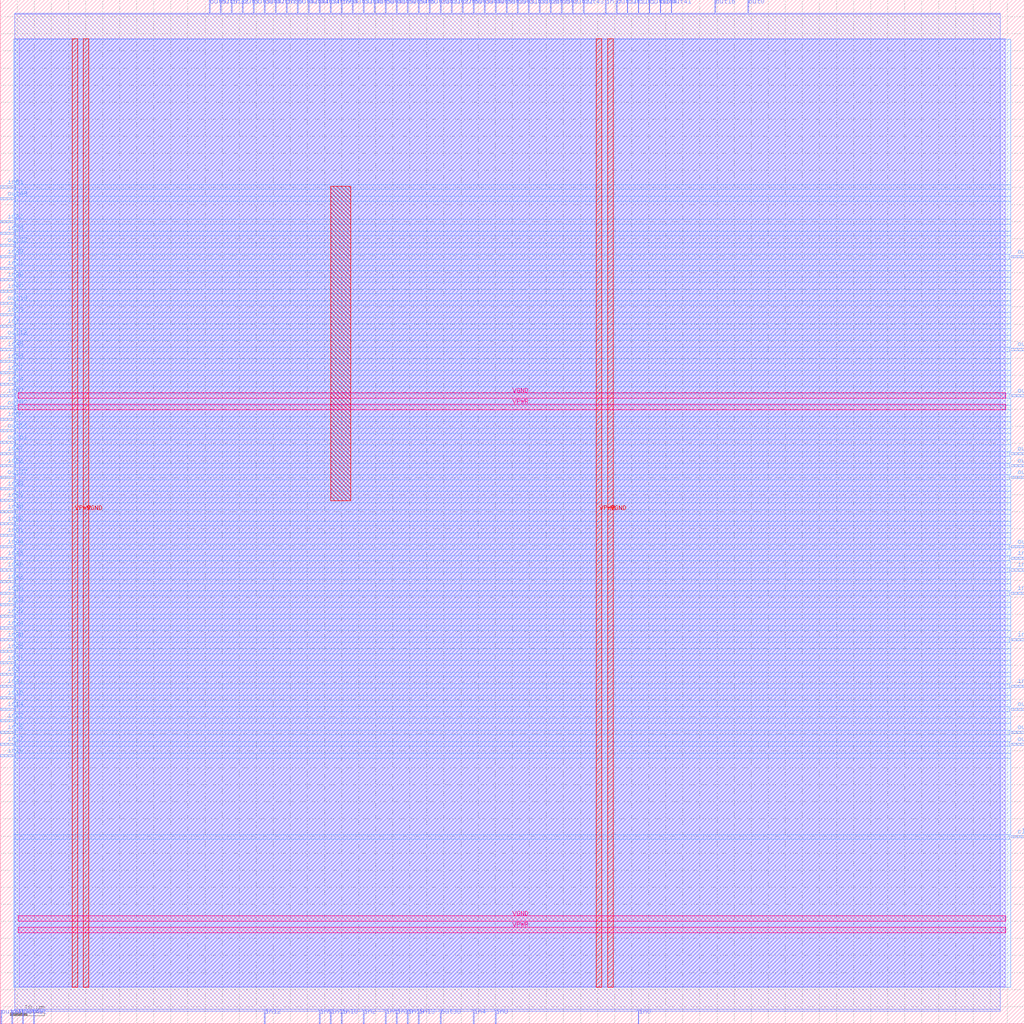
<source format=lef>
VERSION 5.7 ;
  NOWIREEXTENSIONATPIN ON ;
  DIVIDERCHAR "/" ;
  BUSBITCHARS "[]" ;
MACRO netlist_1
  CLASS BLOCK ;
  FOREIGN netlist_1 ;
  ORIGIN 0.000 0.000 ;
  SIZE 300.000 BY 300.000 ;
  PIN VGND
    DIRECTION INOUT ;
    USE GROUND ;
    PORT
      LAYER met4 ;
        RECT 24.340 10.640 25.940 288.560 ;
    END
    PORT
      LAYER met4 ;
        RECT 177.940 10.640 179.540 288.560 ;
    END
    PORT
      LAYER met5 ;
        RECT 5.280 30.030 294.640 31.630 ;
    END
    PORT
      LAYER met5 ;
        RECT 5.280 183.210 294.640 184.810 ;
    END
  END VGND
  PIN VPWR
    DIRECTION INOUT ;
    USE POWER ;
    PORT
      LAYER met4 ;
        RECT 21.040 10.640 22.640 288.560 ;
    END
    PORT
      LAYER met4 ;
        RECT 174.640 10.640 176.240 288.560 ;
    END
    PORT
      LAYER met5 ;
        RECT 5.280 26.730 294.640 28.330 ;
    END
    PORT
      LAYER met5 ;
        RECT 5.280 179.910 294.640 181.510 ;
    END
  END VPWR
  PIN clk
    DIRECTION INPUT ;
    USE SIGNAL ;
    ANTENNAGATEAREA 0.852000 ;
    ANTENNADIFFAREA 0.434700 ;
    PORT
      LAYER met3 ;
        RECT 296.000 54.440 300.000 55.040 ;
    END
  END clk
  PIN in0
    DIRECTION INPUT ;
    USE SIGNAL ;
    ANTENNAGATEAREA 0.196500 ;
    ANTENNADIFFAREA 0.434700 ;
    PORT
      LAYER met2 ;
        RECT 186.850 0.000 187.130 4.000 ;
    END
  END in0
  PIN in1
    DIRECTION INPUT ;
    USE SIGNAL ;
    ANTENNAGATEAREA 0.159000 ;
    ANTENNADIFFAREA 0.434700 ;
    PORT
      LAYER met3 ;
        RECT 296.000 136.040 300.000 136.640 ;
    END
  END in1
  PIN in10
    DIRECTION INPUT ;
    USE SIGNAL ;
    ANTENNAGATEAREA 0.495000 ;
    ANTENNADIFFAREA 0.434700 ;
    PORT
      LAYER met3 ;
        RECT 0.000 78.240 4.000 78.840 ;
    END
  END in10
  PIN in11
    DIRECTION INPUT ;
    USE SIGNAL ;
    ANTENNAGATEAREA 0.213000 ;
    ANTENNADIFFAREA 0.434700 ;
    PORT
      LAYER met3 ;
        RECT 296.000 125.840 300.000 126.440 ;
    END
  END in11
  PIN in12
    DIRECTION INPUT ;
    USE SIGNAL ;
    ANTENNAGATEAREA 0.159000 ;
    ANTENNADIFFAREA 0.434700 ;
    PORT
      LAYER met2 ;
        RECT 77.370 0.000 77.650 4.000 ;
    END
  END in12
  PIN in13
    DIRECTION INPUT ;
    USE SIGNAL ;
    ANTENNAGATEAREA 0.196500 ;
    ANTENNADIFFAREA 0.434700 ;
    PORT
      LAYER met2 ;
        RECT 122.450 0.000 122.730 4.000 ;
    END
  END in13
  PIN in14
    DIRECTION INPUT ;
    USE SIGNAL ;
    ANTENNAGATEAREA 0.159000 ;
    ANTENNADIFFAREA 0.434700 ;
    PORT
      LAYER met3 ;
        RECT 0.000 91.840 4.000 92.440 ;
    END
  END in14
  PIN in15
    DIRECTION INPUT ;
    USE SIGNAL ;
    ANTENNAGATEAREA 0.126000 ;
    ANTENNADIFFAREA 0.434700 ;
    PORT
      LAYER met2 ;
        RECT 96.690 0.000 96.970 4.000 ;
    END
  END in15
  PIN in16
    DIRECTION INPUT ;
    USE SIGNAL ;
    ANTENNAGATEAREA 0.196500 ;
    ANTENNADIFFAREA 0.434700 ;
    PORT
      LAYER met3 ;
        RECT 0.000 95.240 4.000 95.840 ;
    END
  END in16
  PIN in17
    DIRECTION INPUT ;
    USE SIGNAL ;
    ANTENNAGATEAREA 0.159000 ;
    ANTENNADIFFAREA 0.434700 ;
    PORT
      LAYER met2 ;
        RECT 177.190 296.000 177.470 300.000 ;
    END
  END in17
  PIN in18
    DIRECTION INPUT ;
    USE SIGNAL ;
    ANTENNAGATEAREA 0.213000 ;
    ANTENNADIFFAREA 0.434700 ;
    PORT
      LAYER met2 ;
        RECT 99.910 0.000 100.190 4.000 ;
    END
  END in18
  PIN in19
    DIRECTION INPUT ;
    USE SIGNAL ;
    ANTENNAGATEAREA 0.126000 ;
    ANTENNADIFFAREA 0.434700 ;
    PORT
      LAYER met2 ;
        RECT 119.230 0.000 119.510 4.000 ;
    END
  END in19
  PIN in2
    DIRECTION INPUT ;
    USE SIGNAL ;
    ANTENNAGATEAREA 0.196500 ;
    ANTENNADIFFAREA 0.434700 ;
    PORT
      LAYER met2 ;
        RECT 106.350 0.000 106.630 4.000 ;
    END
  END in2
  PIN in20
    DIRECTION INPUT ;
    USE SIGNAL ;
    ANTENNAGATEAREA 0.196500 ;
    ANTENNADIFFAREA 0.434700 ;
    PORT
      LAYER met2 ;
        RECT 116.010 0.000 116.290 4.000 ;
    END
  END in20
  PIN in21
    DIRECTION INPUT ;
    USE SIGNAL ;
    ANTENNAGATEAREA 0.247500 ;
    ANTENNADIFFAREA 0.434700 ;
    PORT
      LAYER met3 ;
        RECT 296.000 98.640 300.000 99.240 ;
    END
  END in21
  PIN in22
    DIRECTION INPUT ;
    USE SIGNAL ;
    ANTENNAGATEAREA 0.196500 ;
    ANTENNADIFFAREA 0.434700 ;
    PORT
      LAYER met3 ;
        RECT 0.000 88.440 4.000 89.040 ;
    END
  END in22
  PIN in23
    DIRECTION INPUT ;
    USE SIGNAL ;
    ANTENNAGATEAREA 0.196500 ;
    ANTENNADIFFAREA 0.434700 ;
    PORT
      LAYER met3 ;
        RECT 0.000 234.640 4.000 235.240 ;
    END
  END in23
  PIN in24
    DIRECTION INPUT ;
    USE SIGNAL ;
    ANTENNAGATEAREA 0.159000 ;
    ANTENNADIFFAREA 0.434700 ;
    PORT
      LAYER met3 ;
        RECT 0.000 115.640 4.000 116.240 ;
    END
  END in24
  PIN in25
    DIRECTION INPUT ;
    USE SIGNAL ;
    ANTENNAGATEAREA 0.159000 ;
    ANTENNADIFFAREA 0.434700 ;
    PORT
      LAYER met3 ;
        RECT 0.000 108.840 4.000 109.440 ;
    END
  END in25
  PIN in26
    DIRECTION INPUT ;
    USE SIGNAL ;
    ANTENNAGATEAREA 0.213000 ;
    ANTENNADIFFAREA 0.434700 ;
    PORT
      LAYER met3 ;
        RECT 0.000 231.240 4.000 231.840 ;
    END
  END in26
  PIN in27
    DIRECTION INPUT ;
    USE SIGNAL ;
    ANTENNAGATEAREA 0.159000 ;
    ANTENNADIFFAREA 0.434700 ;
    PORT
      LAYER met3 ;
        RECT 0.000 190.440 4.000 191.040 ;
    END
  END in27
  PIN in28
    DIRECTION INPUT ;
    USE SIGNAL ;
    ANTENNAGATEAREA 0.213000 ;
    ANTENNADIFFAREA 0.434700 ;
    PORT
      LAYER met3 ;
        RECT 0.000 122.440 4.000 123.040 ;
    END
  END in28
  PIN in29
    DIRECTION INPUT ;
    USE SIGNAL ;
    ANTENNAGATEAREA 0.196500 ;
    ANTENNADIFFAREA 0.434700 ;
    PORT
      LAYER met3 ;
        RECT 0.000 119.040 4.000 119.640 ;
    END
  END in29
  PIN in3
    DIRECTION INPUT ;
    USE SIGNAL ;
    ANTENNAGATEAREA 0.213000 ;
    ANTENNADIFFAREA 0.434700 ;
    PORT
      LAYER met3 ;
        RECT 0.000 102.040 4.000 102.640 ;
    END
  END in3
  PIN in30
    DIRECTION INPUT ;
    USE SIGNAL ;
    ANTENNAGATEAREA 0.196500 ;
    ANTENNADIFFAREA 0.434700 ;
    PORT
      LAYER met3 ;
        RECT 0.000 125.840 4.000 126.440 ;
    END
  END in30
  PIN in31
    DIRECTION INPUT ;
    USE SIGNAL ;
    ANTENNAGATEAREA 0.196500 ;
    ANTENNADIFFAREA 0.434700 ;
    PORT
      LAYER met3 ;
        RECT 0.000 105.440 4.000 106.040 ;
    END
  END in31
  PIN in32
    DIRECTION INPUT ;
    USE SIGNAL ;
    ANTENNAGATEAREA 0.196500 ;
    ANTENNADIFFAREA 0.434700 ;
    PORT
      LAYER met2 ;
        RECT 67.710 296.000 67.990 300.000 ;
    END
  END in32
  PIN in33
    DIRECTION INPUT ;
    USE SIGNAL ;
    ANTENNAGATEAREA 0.196500 ;
    ANTENNADIFFAREA 0.434700 ;
    PORT
      LAYER met3 ;
        RECT 0.000 221.040 4.000 221.640 ;
    END
  END in33
  PIN in34
    DIRECTION INPUT ;
    USE SIGNAL ;
    ANTENNAGATEAREA 0.196500 ;
    ANTENNADIFFAREA 0.434700 ;
    PORT
      LAYER met3 ;
        RECT 0.000 187.040 4.000 187.640 ;
    END
  END in34
  PIN in35
    DIRECTION INPUT ;
    USE SIGNAL ;
    ANTENNAGATEAREA 0.196500 ;
    ANTENNADIFFAREA 0.434700 ;
    PORT
      LAYER met3 ;
        RECT 0.000 85.040 4.000 85.640 ;
    END
  END in35
  PIN in36
    DIRECTION INPUT ;
    USE SIGNAL ;
    ANTENNAGATEAREA 0.196500 ;
    ANTENNADIFFAREA 0.434700 ;
    PORT
      LAYER met3 ;
        RECT 0.000 112.240 4.000 112.840 ;
    END
  END in36
  PIN in37
    DIRECTION INPUT ;
    USE SIGNAL ;
    ANTENNAGATEAREA 0.196500 ;
    ANTENNADIFFAREA 0.434700 ;
    PORT
      LAYER met3 ;
        RECT 0.000 81.640 4.000 82.240 ;
    END
  END in37
  PIN in38
    DIRECTION INPUT ;
    USE SIGNAL ;
    ANTENNAGATEAREA 0.196500 ;
    ANTENNADIFFAREA 0.434700 ;
    PORT
      LAYER met3 ;
        RECT 0.000 156.440 4.000 157.040 ;
    END
  END in38
  PIN in39
    DIRECTION INPUT ;
    USE SIGNAL ;
    ANTENNAGATEAREA 0.159000 ;
    ANTENNADIFFAREA 0.434700 ;
    PORT
      LAYER met3 ;
        RECT 0.000 217.640 4.000 218.240 ;
    END
  END in39
  PIN in4
    DIRECTION INPUT ;
    USE SIGNAL ;
    ANTENNAGATEAREA 0.213000 ;
    ANTENNADIFFAREA 0.434700 ;
    PORT
      LAYER met2 ;
        RECT 138.550 0.000 138.830 4.000 ;
    END
  END in4
  PIN in40
    DIRECTION INPUT ;
    USE SIGNAL ;
    ANTENNAGATEAREA 0.196500 ;
    ANTENNADIFFAREA 0.434700 ;
    PORT
      LAYER met3 ;
        RECT 0.000 214.240 4.000 214.840 ;
    END
  END in40
  PIN in41
    DIRECTION INPUT ;
    USE SIGNAL ;
    ANTENNAGATEAREA 0.196500 ;
    ANTENNADIFFAREA 0.434700 ;
    PORT
      LAYER met3 ;
        RECT 0.000 98.640 4.000 99.240 ;
    END
  END in41
  PIN in42
    DIRECTION INPUT ;
    USE SIGNAL ;
    ANTENNAGATEAREA 0.196500 ;
    ANTENNADIFFAREA 0.434700 ;
    PORT
      LAYER met3 ;
        RECT 0.000 129.240 4.000 129.840 ;
    END
  END in42
  PIN in43
    DIRECTION INPUT ;
    USE SIGNAL ;
    ANTENNAGATEAREA 0.196500 ;
    ANTENNADIFFAREA 0.434700 ;
    PORT
      LAYER met3 ;
        RECT 0.000 136.040 4.000 136.640 ;
    END
  END in43
  PIN in44
    DIRECTION INPUT ;
    USE SIGNAL ;
    ANTENNAGATEAREA 0.196500 ;
    ANTENNADIFFAREA 0.434700 ;
    PORT
      LAYER met3 ;
        RECT 0.000 139.440 4.000 140.040 ;
    END
  END in44
  PIN in45
    DIRECTION INPUT ;
    USE SIGNAL ;
    ANTENNAGATEAREA 0.213000 ;
    ANTENNADIFFAREA 0.434700 ;
    PORT
      LAYER met3 ;
        RECT 0.000 197.240 4.000 197.840 ;
    END
  END in45
  PIN in46
    DIRECTION INPUT ;
    USE SIGNAL ;
    ANTENNAGATEAREA 0.196500 ;
    ANTENNADIFFAREA 0.434700 ;
    PORT
      LAYER met3 ;
        RECT 0.000 149.640 4.000 150.240 ;
    END
  END in46
  PIN in47
    DIRECTION INPUT ;
    USE SIGNAL ;
    ANTENNAGATEAREA 0.196500 ;
    ANTENNADIFFAREA 0.434700 ;
    PORT
      LAYER met3 ;
        RECT 0.000 166.640 4.000 167.240 ;
    END
  END in47
  PIN in48
    DIRECTION INPUT ;
    USE SIGNAL ;
    ANTENNAGATEAREA 0.213000 ;
    ANTENNADIFFAREA 0.434700 ;
    PORT
      LAYER met3 ;
        RECT 0.000 132.640 4.000 133.240 ;
    END
  END in48
  PIN in49
    DIRECTION INPUT ;
    USE SIGNAL ;
    ANTENNAGATEAREA 0.196500 ;
    ANTENNADIFFAREA 0.434700 ;
    PORT
      LAYER met3 ;
        RECT 0.000 224.440 4.000 225.040 ;
    END
  END in49
  PIN in5
    DIRECTION INPUT ;
    USE SIGNAL ;
    ANTENNAGATEAREA 0.126000 ;
    ANTENNADIFFAREA 0.434700 ;
    PORT
      LAYER met2 ;
        RECT 112.790 0.000 113.070 4.000 ;
    END
  END in5
  PIN in50
    DIRECTION INPUT ;
    USE SIGNAL ;
    ANTENNAGATEAREA 0.196500 ;
    ANTENNADIFFAREA 0.434700 ;
    PORT
      LAYER met2 ;
        RECT 83.810 296.000 84.090 300.000 ;
    END
  END in50
  PIN in51
    DIRECTION INPUT ;
    USE SIGNAL ;
    ANTENNAGATEAREA 0.196500 ;
    ANTENNADIFFAREA 0.434700 ;
    PORT
      LAYER met3 ;
        RECT 0.000 142.840 4.000 143.440 ;
    END
  END in51
  PIN in52
    DIRECTION INPUT ;
    USE SIGNAL ;
    ANTENNAGATEAREA 0.196500 ;
    ANTENNADIFFAREA 0.434700 ;
    PORT
      LAYER met3 ;
        RECT 0.000 163.240 4.000 163.840 ;
    END
  END in52
  PIN in53
    DIRECTION INPUT ;
    USE SIGNAL ;
    ANTENNAGATEAREA 0.196500 ;
    ANTENNADIFFAREA 0.434700 ;
    PORT
      LAYER met3 ;
        RECT 0.000 207.440 4.000 208.040 ;
    END
  END in53
  PIN in54
    DIRECTION INPUT ;
    USE SIGNAL ;
    ANTENNAGATEAREA 0.196500 ;
    ANTENNADIFFAREA 0.434700 ;
    PORT
      LAYER met2 ;
        RECT 99.910 296.000 100.190 300.000 ;
    END
  END in54
  PIN in55
    DIRECTION INPUT ;
    USE SIGNAL ;
    ANTENNAGATEAREA 0.247500 ;
    ANTENNADIFFAREA 0.434700 ;
    PORT
      LAYER met3 ;
        RECT 296.000 132.640 300.000 133.240 ;
    END
  END in55
  PIN in56
    DIRECTION INPUT ;
    USE SIGNAL ;
    ANTENNAGATEAREA 0.196500 ;
    ANTENNADIFFAREA 0.434700 ;
    PORT
      LAYER met3 ;
        RECT 0.000 193.840 4.000 194.440 ;
    END
  END in56
  PIN in57
    DIRECTION INPUT ;
    USE SIGNAL ;
    ANTENNAGATEAREA 0.159000 ;
    ANTENNADIFFAREA 0.434700 ;
    PORT
      LAYER met3 ;
        RECT 0.000 183.640 4.000 184.240 ;
    END
  END in57
  PIN in58
    DIRECTION INPUT ;
    USE SIGNAL ;
    ANTENNAGATEAREA 0.196500 ;
    ANTENNADIFFAREA 0.434700 ;
    PORT
      LAYER met3 ;
        RECT 0.000 146.240 4.000 146.840 ;
    END
  END in58
  PIN in59
    DIRECTION INPUT ;
    USE SIGNAL ;
    ANTENNAGATEAREA 0.213000 ;
    ANTENNADIFFAREA 0.434700 ;
    PORT
      LAYER met3 ;
        RECT 0.000 153.040 4.000 153.640 ;
    END
  END in59
  PIN in6
    DIRECTION INPUT ;
    USE SIGNAL ;
    ANTENNAGATEAREA 0.213000 ;
    ANTENNADIFFAREA 0.434700 ;
    PORT
      LAYER met3 ;
        RECT 296.000 112.240 300.000 112.840 ;
    END
  END in6
  PIN in60
    DIRECTION INPUT ;
    USE SIGNAL ;
    ANTENNAGATEAREA 0.196500 ;
    ANTENNADIFFAREA 0.434700 ;
    PORT
      LAYER met3 ;
        RECT 0.000 176.840 4.000 177.440 ;
    END
  END in60
  PIN in61
    DIRECTION INPUT ;
    USE SIGNAL ;
    ANTENNAGATEAREA 0.159000 ;
    ANTENNADIFFAREA 0.434700 ;
    PORT
      LAYER met3 ;
        RECT 0.000 244.840 4.000 245.440 ;
    END
  END in61
  PIN in7
    DIRECTION INPUT ;
    USE SIGNAL ;
    ANTENNAGATEAREA 0.159000 ;
    ANTENNADIFFAREA 0.434700 ;
    PORT
      LAYER met3 ;
        RECT 0.000 204.040 4.000 204.640 ;
    END
  END in7
  PIN in8
    DIRECTION INPUT ;
    USE SIGNAL ;
    ANTENNAGATEAREA 0.196500 ;
    ANTENNADIFFAREA 0.434700 ;
    PORT
      LAYER met2 ;
        RECT 144.990 0.000 145.270 4.000 ;
    END
  END in8
  PIN in9
    DIRECTION INPUT ;
    USE SIGNAL ;
    ANTENNAGATEAREA 0.495000 ;
    ANTENNADIFFAREA 0.434700 ;
    PORT
      LAYER met2 ;
        RECT 93.470 0.000 93.750 4.000 ;
    END
  END in9
  PIN out0
    DIRECTION OUTPUT ;
    USE SIGNAL ;
    ANTENNADIFFAREA 0.795200 ;
    PORT
      LAYER met2 ;
        RECT 219.050 296.000 219.330 300.000 ;
    END
  END out0
  PIN out1
    DIRECTION OUTPUT ;
    USE SIGNAL ;
    ANTENNADIFFAREA 0.795200 ;
    PORT
      LAYER met2 ;
        RECT 186.850 296.000 187.130 300.000 ;
    END
  END out1
  PIN out10
    DIRECTION OUTPUT ;
    USE SIGNAL ;
    ANTENNADIFFAREA 0.445500 ;
    PORT
      LAYER met3 ;
        RECT 296.000 197.240 300.000 197.840 ;
    END
  END out10
  PIN out11
    DIRECTION OUTPUT ;
    USE SIGNAL ;
    ANTENNADIFFAREA 0.795200 ;
    PORT
      LAYER met2 ;
        RECT 183.630 296.000 183.910 300.000 ;
    END
  END out11
  PIN out12
    DIRECTION OUTPUT ;
    USE SIGNAL ;
    ANTENNADIFFAREA 0.445500 ;
    PORT
      LAYER met3 ;
        RECT 0.000 200.640 4.000 201.240 ;
    END
  END out12
  PIN out13
    DIRECTION OUTPUT ;
    USE SIGNAL ;
    ANTENNADIFFAREA 0.795200 ;
    PORT
      LAYER met2 ;
        RECT 180.410 296.000 180.690 300.000 ;
    END
  END out13
  PIN out14
    DIRECTION OUTPUT ;
    USE SIGNAL ;
    ANTENNADIFFAREA 0.445500 ;
    PORT
      LAYER met3 ;
        RECT 296.000 224.440 300.000 225.040 ;
    END
  END out14
  PIN out15
    DIRECTION OUTPUT ;
    USE SIGNAL ;
    ANTENNADIFFAREA 0.795200 ;
    PORT
      LAYER met2 ;
        RECT 190.070 296.000 190.350 300.000 ;
    END
  END out15
  PIN out16
    DIRECTION OUTPUT ;
    USE SIGNAL ;
    ANTENNADIFFAREA 0.795200 ;
    PORT
      LAYER met2 ;
        RECT 209.390 296.000 209.670 300.000 ;
    END
  END out16
  PIN out17
    DIRECTION OUTPUT ;
    USE SIGNAL ;
    ANTENNADIFFAREA 0.445500 ;
    PORT
      LAYER met3 ;
        RECT 296.000 139.440 300.000 140.040 ;
    END
  END out17
  PIN out18
    DIRECTION OUTPUT ;
    USE SIGNAL ;
    ANTENNADIFFAREA 0.445500 ;
    PORT
      LAYER met3 ;
        RECT 0.000 210.840 4.000 211.440 ;
    END
  END out18
  PIN out19
    DIRECTION OUTPUT ;
    USE SIGNAL ;
    ANTENNADIFFAREA 0.445500 ;
    PORT
      LAYER met3 ;
        RECT 296.000 81.640 300.000 82.240 ;
    END
  END out19
  PIN out2
    DIRECTION OUTPUT ;
    USE SIGNAL ;
    ANTENNADIFFAREA 0.795200 ;
    PORT
      LAYER met2 ;
        RECT 164.310 296.000 164.590 300.000 ;
    END
  END out2
  PIN out20
    DIRECTION OUTPUT ;
    USE SIGNAL ;
    ANTENNADIFFAREA 0.445500 ;
    PORT
      LAYER met3 ;
        RECT 296.000 183.640 300.000 184.240 ;
    END
  END out20
  PIN out21
    DIRECTION OUTPUT ;
    USE SIGNAL ;
    ANTENNADIFFAREA 0.445500 ;
    PORT
      LAYER met3 ;
        RECT 296.000 159.840 300.000 160.440 ;
    END
  END out21
  PIN out22
    DIRECTION OUTPUT ;
    USE SIGNAL ;
    ANTENNADIFFAREA 0.795200 ;
    PORT
      LAYER met2 ;
        RECT 167.530 296.000 167.810 300.000 ;
    END
  END out22
  PIN out23
    DIRECTION OUTPUT ;
    USE SIGNAL ;
    ANTENNADIFFAREA 0.795200 ;
    PORT
      LAYER met2 ;
        RECT 128.890 296.000 129.170 300.000 ;
    END
  END out23
  PIN out24
    DIRECTION OUTPUT ;
    USE SIGNAL ;
    PORT
      LAYER met2 ;
        RECT 0.090 0.000 0.370 4.000 ;
    END
  END out24
  PIN out25
    DIRECTION OUTPUT ;
    USE SIGNAL ;
    ANTENNADIFFAREA 0.795200 ;
    PORT
      LAYER met2 ;
        RECT 161.090 296.000 161.370 300.000 ;
    END
  END out25
  PIN out26
    DIRECTION OUTPUT ;
    USE SIGNAL ;
    ANTENNADIFFAREA 0.795200 ;
    PORT
      LAYER met2 ;
        RECT 157.870 296.000 158.150 300.000 ;
    END
  END out26
  PIN out27
    DIRECTION OUTPUT ;
    USE SIGNAL ;
    ANTENNADIFFAREA 0.340600 ;
    PORT
      LAYER met2 ;
        RECT 132.110 296.000 132.390 300.000 ;
    END
  END out27
  PIN out28
    DIRECTION OUTPUT ;
    USE SIGNAL ;
    ANTENNADIFFAREA 0.795200 ;
    PORT
      LAYER met2 ;
        RECT 125.670 296.000 125.950 300.000 ;
    END
  END out28
  PIN out29
    DIRECTION OUTPUT ;
    USE SIGNAL ;
    ANTENNADIFFAREA 0.795200 ;
    PORT
      LAYER met2 ;
        RECT 148.210 296.000 148.490 300.000 ;
    END
  END out29
  PIN out3
    DIRECTION OUTPUT ;
    USE SIGNAL ;
    ANTENNADIFFAREA 0.795200 ;
    PORT
      LAYER met2 ;
        RECT 70.930 296.000 71.210 300.000 ;
    END
  END out3
  PIN out30
    DIRECTION OUTPUT ;
    USE SIGNAL ;
    ANTENNADIFFAREA 0.795200 ;
    PORT
      LAYER met2 ;
        RECT 74.150 296.000 74.430 300.000 ;
    END
  END out30
  PIN out31
    DIRECTION OUTPUT ;
    USE SIGNAL ;
    ANTENNADIFFAREA 0.795200 ;
    PORT
      LAYER met2 ;
        RECT 151.430 296.000 151.710 300.000 ;
    END
  END out31
  PIN out32
    DIRECTION OUTPUT ;
    USE SIGNAL ;
    ANTENNADIFFAREA 0.445500 ;
    PORT
      LAYER met3 ;
        RECT 0.000 227.840 4.000 228.440 ;
    END
  END out32
  PIN out33
    DIRECTION OUTPUT ;
    USE SIGNAL ;
    ANTENNADIFFAREA 0.795200 ;
    PORT
      LAYER met2 ;
        RECT 103.130 296.000 103.410 300.000 ;
    END
  END out33
  PIN out34
    DIRECTION OUTPUT ;
    USE SIGNAL ;
    ANTENNADIFFAREA 0.795200 ;
    PORT
      LAYER met2 ;
        RECT 93.470 296.000 93.750 300.000 ;
    END
  END out34
  PIN out35
    DIRECTION OUTPUT ;
    USE SIGNAL ;
    ANTENNADIFFAREA 0.795200 ;
    PORT
      LAYER met2 ;
        RECT 154.650 296.000 154.930 300.000 ;
    END
  END out35
  PIN out36
    DIRECTION OUTPUT ;
    USE SIGNAL ;
    PORT
      LAYER met2 ;
        RECT 3.310 0.000 3.590 4.000 ;
    END
  END out36
  PIN out37
    DIRECTION OUTPUT ;
    USE SIGNAL ;
    ANTENNADIFFAREA 0.445500 ;
    PORT
      LAYER met3 ;
        RECT 0.000 159.840 4.000 160.440 ;
    END
  END out37
  PIN out38
    DIRECTION OUTPUT ;
    USE SIGNAL ;
    ANTENNADIFFAREA 0.445500 ;
    PORT
      LAYER met2 ;
        RECT 128.890 0.000 129.170 4.000 ;
    END
  END out38
  PIN out39
    DIRECTION OUTPUT ;
    USE SIGNAL ;
    ANTENNADIFFAREA 0.795200 ;
    PORT
      LAYER met2 ;
        RECT 138.550 296.000 138.830 300.000 ;
    END
  END out39
  PIN out4
    DIRECTION OUTPUT ;
    USE SIGNAL ;
    ANTENNADIFFAREA 0.795200 ;
    PORT
      LAYER met2 ;
        RECT 193.290 296.000 193.570 300.000 ;
    END
  END out4
  PIN out40
    DIRECTION OUTPUT ;
    USE SIGNAL ;
    ANTENNADIFFAREA 0.795200 ;
    PORT
      LAYER met2 ;
        RECT 141.770 296.000 142.050 300.000 ;
    END
  END out40
  PIN out41
    DIRECTION OUTPUT ;
    USE SIGNAL ;
    ANTENNADIFFAREA 0.795200 ;
    PORT
      LAYER met2 ;
        RECT 196.510 296.000 196.790 300.000 ;
    END
  END out41
  PIN out42
    DIRECTION OUTPUT ;
    USE SIGNAL ;
    ANTENNADIFFAREA 0.795200 ;
    PORT
      LAYER met2 ;
        RECT 87.030 296.000 87.310 300.000 ;
    END
  END out42
  PIN out43
    DIRECTION OUTPUT ;
    USE SIGNAL ;
    ANTENNADIFFAREA 0.795200 ;
    PORT
      LAYER met2 ;
        RECT 170.750 296.000 171.030 300.000 ;
    END
  END out43
  PIN out44
    DIRECTION OUTPUT ;
    USE SIGNAL ;
    ANTENNADIFFAREA 0.795200 ;
    PORT
      LAYER met2 ;
        RECT 90.250 296.000 90.530 300.000 ;
    END
  END out44
  PIN out45
    DIRECTION OUTPUT ;
    USE SIGNAL ;
    ANTENNADIFFAREA 0.340600 ;
    PORT
      LAYER met2 ;
        RECT 112.790 296.000 113.070 300.000 ;
    END
  END out45
  PIN out46
    DIRECTION OUTPUT ;
    USE SIGNAL ;
    ANTENNADIFFAREA 0.795200 ;
    PORT
      LAYER met2 ;
        RECT 106.350 296.000 106.630 300.000 ;
    END
  END out46
  PIN out47
    DIRECTION OUTPUT ;
    USE SIGNAL ;
    ANTENNADIFFAREA 0.795200 ;
    PORT
      LAYER met2 ;
        RECT 77.370 296.000 77.650 300.000 ;
    END
  END out47
  PIN out48
    DIRECTION OUTPUT ;
    USE SIGNAL ;
    ANTENNADIFFAREA 0.445500 ;
    PORT
      LAYER met3 ;
        RECT 0.000 241.440 4.000 242.040 ;
    END
  END out48
  PIN out49
    DIRECTION OUTPUT ;
    USE SIGNAL ;
    PORT
      LAYER met2 ;
        RECT 6.530 0.000 6.810 4.000 ;
    END
  END out49
  PIN out5
    DIRECTION OUTPUT ;
    USE SIGNAL ;
    ANTENNADIFFAREA 0.445500 ;
    PORT
      LAYER met3 ;
        RECT 296.000 166.640 300.000 167.240 ;
    END
  END out5
  PIN out50
    DIRECTION OUTPUT ;
    USE SIGNAL ;
    ANTENNADIFFAREA 0.795200 ;
    PORT
      LAYER met2 ;
        RECT 116.010 296.000 116.290 300.000 ;
    END
  END out50
  PIN out51
    DIRECTION OUTPUT ;
    USE SIGNAL ;
    ANTENNADIFFAREA 0.795200 ;
    PORT
      LAYER met2 ;
        RECT 64.490 296.000 64.770 300.000 ;
    END
  END out51
  PIN out52
    DIRECTION OUTPUT ;
    USE SIGNAL ;
    ANTENNADIFFAREA 0.445500 ;
    PORT
      LAYER met3 ;
        RECT 0.000 180.240 4.000 180.840 ;
    END
  END out52
  PIN out53
    DIRECTION OUTPUT ;
    USE SIGNAL ;
    ANTENNADIFFAREA 0.795200 ;
    PORT
      LAYER met2 ;
        RECT 80.590 296.000 80.870 300.000 ;
    END
  END out53
  PIN out54
    DIRECTION OUTPUT ;
    USE SIGNAL ;
    ANTENNADIFFAREA 0.795200 ;
    PORT
      LAYER met2 ;
        RECT 119.230 296.000 119.510 300.000 ;
    END
  END out54
  PIN out55
    DIRECTION OUTPUT ;
    USE SIGNAL ;
    ANTENNADIFFAREA 0.795200 ;
    PORT
      LAYER met2 ;
        RECT 144.990 296.000 145.270 300.000 ;
    END
  END out55
  PIN out56
    DIRECTION OUTPUT ;
    USE SIGNAL ;
    ANTENNADIFFAREA 0.445500 ;
    PORT
      LAYER met3 ;
        RECT 0.000 173.440 4.000 174.040 ;
    END
  END out56
  PIN out57
    DIRECTION OUTPUT ;
    USE SIGNAL ;
    ANTENNADIFFAREA 0.795200 ;
    PORT
      LAYER met2 ;
        RECT 61.270 296.000 61.550 300.000 ;
    END
  END out57
  PIN out58
    DIRECTION OUTPUT ;
    USE SIGNAL ;
    ANTENNADIFFAREA 0.795200 ;
    PORT
      LAYER met2 ;
        RECT 109.570 296.000 109.850 300.000 ;
    END
  END out58
  PIN out59
    DIRECTION OUTPUT ;
    USE SIGNAL ;
    ANTENNADIFFAREA 0.795200 ;
    PORT
      LAYER met2 ;
        RECT 96.690 296.000 96.970 300.000 ;
    END
  END out59
  PIN out6
    DIRECTION OUTPUT ;
    USE SIGNAL ;
    ANTENNADIFFAREA 0.795200 ;
    PORT
      LAYER met2 ;
        RECT 122.450 296.000 122.730 300.000 ;
    END
  END out6
  PIN out60
    DIRECTION OUTPUT ;
    USE SIGNAL ;
    ANTENNADIFFAREA 0.340600 ;
    PORT
      LAYER met2 ;
        RECT 135.330 296.000 135.610 300.000 ;
    END
  END out60
  PIN out61
    DIRECTION OUTPUT ;
    USE SIGNAL ;
    ANTENNADIFFAREA 0.445500 ;
    PORT
      LAYER met3 ;
        RECT 0.000 170.040 4.000 170.640 ;
    END
  END out61
  PIN out7
    DIRECTION OUTPUT ;
    USE SIGNAL ;
    ANTENNADIFFAREA 0.445500 ;
    PORT
      LAYER met3 ;
        RECT 296.000 91.840 300.000 92.440 ;
    END
  END out7
  PIN out8
    DIRECTION OUTPUT ;
    USE SIGNAL ;
    ANTENNADIFFAREA 0.445500 ;
    PORT
      LAYER met3 ;
        RECT 296.000 163.240 300.000 163.840 ;
    END
  END out8
  PIN out9
    DIRECTION OUTPUT ;
    USE SIGNAL ;
    ANTENNADIFFAREA 0.445500 ;
    PORT
      LAYER met3 ;
        RECT 296.000 85.040 300.000 85.640 ;
    END
  END out9
  PIN rst
    DIRECTION INPUT ;
    USE SIGNAL ;
    PORT
      LAYER met2 ;
        RECT 9.750 0.000 10.030 4.000 ;
    END
  END rst
  OBS
      LAYER li1 ;
        RECT 5.520 10.795 294.400 288.405 ;
      LAYER met1 ;
        RECT 4.210 10.640 294.400 288.560 ;
      LAYER met2 ;
        RECT 4.230 295.720 60.990 296.000 ;
        RECT 61.830 295.720 64.210 296.000 ;
        RECT 65.050 295.720 67.430 296.000 ;
        RECT 68.270 295.720 70.650 296.000 ;
        RECT 71.490 295.720 73.870 296.000 ;
        RECT 74.710 295.720 77.090 296.000 ;
        RECT 77.930 295.720 80.310 296.000 ;
        RECT 81.150 295.720 83.530 296.000 ;
        RECT 84.370 295.720 86.750 296.000 ;
        RECT 87.590 295.720 89.970 296.000 ;
        RECT 90.810 295.720 93.190 296.000 ;
        RECT 94.030 295.720 96.410 296.000 ;
        RECT 97.250 295.720 99.630 296.000 ;
        RECT 100.470 295.720 102.850 296.000 ;
        RECT 103.690 295.720 106.070 296.000 ;
        RECT 106.910 295.720 109.290 296.000 ;
        RECT 110.130 295.720 112.510 296.000 ;
        RECT 113.350 295.720 115.730 296.000 ;
        RECT 116.570 295.720 118.950 296.000 ;
        RECT 119.790 295.720 122.170 296.000 ;
        RECT 123.010 295.720 125.390 296.000 ;
        RECT 126.230 295.720 128.610 296.000 ;
        RECT 129.450 295.720 131.830 296.000 ;
        RECT 132.670 295.720 135.050 296.000 ;
        RECT 135.890 295.720 138.270 296.000 ;
        RECT 139.110 295.720 141.490 296.000 ;
        RECT 142.330 295.720 144.710 296.000 ;
        RECT 145.550 295.720 147.930 296.000 ;
        RECT 148.770 295.720 151.150 296.000 ;
        RECT 151.990 295.720 154.370 296.000 ;
        RECT 155.210 295.720 157.590 296.000 ;
        RECT 158.430 295.720 160.810 296.000 ;
        RECT 161.650 295.720 164.030 296.000 ;
        RECT 164.870 295.720 167.250 296.000 ;
        RECT 168.090 295.720 170.470 296.000 ;
        RECT 171.310 295.720 176.910 296.000 ;
        RECT 177.750 295.720 180.130 296.000 ;
        RECT 180.970 295.720 183.350 296.000 ;
        RECT 184.190 295.720 186.570 296.000 ;
        RECT 187.410 295.720 189.790 296.000 ;
        RECT 190.630 295.720 193.010 296.000 ;
        RECT 193.850 295.720 196.230 296.000 ;
        RECT 197.070 295.720 209.110 296.000 ;
        RECT 209.950 295.720 218.770 296.000 ;
        RECT 219.610 295.720 292.930 296.000 ;
        RECT 4.230 4.280 292.930 295.720 ;
        RECT 4.230 3.670 6.250 4.280 ;
        RECT 7.090 3.670 9.470 4.280 ;
        RECT 10.310 3.670 77.090 4.280 ;
        RECT 77.930 3.670 93.190 4.280 ;
        RECT 94.030 3.670 96.410 4.280 ;
        RECT 97.250 3.670 99.630 4.280 ;
        RECT 100.470 3.670 106.070 4.280 ;
        RECT 106.910 3.670 112.510 4.280 ;
        RECT 113.350 3.670 115.730 4.280 ;
        RECT 116.570 3.670 118.950 4.280 ;
        RECT 119.790 3.670 122.170 4.280 ;
        RECT 123.010 3.670 128.610 4.280 ;
        RECT 129.450 3.670 138.270 4.280 ;
        RECT 139.110 3.670 144.710 4.280 ;
        RECT 145.550 3.670 186.570 4.280 ;
        RECT 187.410 3.670 292.930 4.280 ;
      LAYER met3 ;
        RECT 3.990 245.840 296.000 288.485 ;
        RECT 4.400 244.440 296.000 245.840 ;
        RECT 3.990 242.440 296.000 244.440 ;
        RECT 4.400 241.040 296.000 242.440 ;
        RECT 3.990 235.640 296.000 241.040 ;
        RECT 4.400 234.240 296.000 235.640 ;
        RECT 3.990 232.240 296.000 234.240 ;
        RECT 4.400 230.840 296.000 232.240 ;
        RECT 3.990 228.840 296.000 230.840 ;
        RECT 4.400 227.440 296.000 228.840 ;
        RECT 3.990 225.440 296.000 227.440 ;
        RECT 4.400 224.040 295.600 225.440 ;
        RECT 3.990 222.040 296.000 224.040 ;
        RECT 4.400 220.640 296.000 222.040 ;
        RECT 3.990 218.640 296.000 220.640 ;
        RECT 4.400 217.240 296.000 218.640 ;
        RECT 3.990 215.240 296.000 217.240 ;
        RECT 4.400 213.840 296.000 215.240 ;
        RECT 3.990 211.840 296.000 213.840 ;
        RECT 4.400 210.440 296.000 211.840 ;
        RECT 3.990 208.440 296.000 210.440 ;
        RECT 4.400 207.040 296.000 208.440 ;
        RECT 3.990 205.040 296.000 207.040 ;
        RECT 4.400 203.640 296.000 205.040 ;
        RECT 3.990 201.640 296.000 203.640 ;
        RECT 4.400 200.240 296.000 201.640 ;
        RECT 3.990 198.240 296.000 200.240 ;
        RECT 4.400 196.840 295.600 198.240 ;
        RECT 3.990 194.840 296.000 196.840 ;
        RECT 4.400 193.440 296.000 194.840 ;
        RECT 3.990 191.440 296.000 193.440 ;
        RECT 4.400 190.040 296.000 191.440 ;
        RECT 3.990 188.040 296.000 190.040 ;
        RECT 4.400 186.640 296.000 188.040 ;
        RECT 3.990 184.640 296.000 186.640 ;
        RECT 4.400 183.240 295.600 184.640 ;
        RECT 3.990 181.240 296.000 183.240 ;
        RECT 4.400 179.840 296.000 181.240 ;
        RECT 3.990 177.840 296.000 179.840 ;
        RECT 4.400 176.440 296.000 177.840 ;
        RECT 3.990 174.440 296.000 176.440 ;
        RECT 4.400 173.040 296.000 174.440 ;
        RECT 3.990 171.040 296.000 173.040 ;
        RECT 4.400 169.640 296.000 171.040 ;
        RECT 3.990 167.640 296.000 169.640 ;
        RECT 4.400 166.240 295.600 167.640 ;
        RECT 3.990 164.240 296.000 166.240 ;
        RECT 4.400 162.840 295.600 164.240 ;
        RECT 3.990 160.840 296.000 162.840 ;
        RECT 4.400 159.440 295.600 160.840 ;
        RECT 3.990 157.440 296.000 159.440 ;
        RECT 4.400 156.040 296.000 157.440 ;
        RECT 3.990 154.040 296.000 156.040 ;
        RECT 4.400 152.640 296.000 154.040 ;
        RECT 3.990 150.640 296.000 152.640 ;
        RECT 4.400 149.240 296.000 150.640 ;
        RECT 3.990 147.240 296.000 149.240 ;
        RECT 4.400 145.840 296.000 147.240 ;
        RECT 3.990 143.840 296.000 145.840 ;
        RECT 4.400 142.440 296.000 143.840 ;
        RECT 3.990 140.440 296.000 142.440 ;
        RECT 4.400 139.040 295.600 140.440 ;
        RECT 3.990 137.040 296.000 139.040 ;
        RECT 4.400 135.640 295.600 137.040 ;
        RECT 3.990 133.640 296.000 135.640 ;
        RECT 4.400 132.240 295.600 133.640 ;
        RECT 3.990 130.240 296.000 132.240 ;
        RECT 4.400 128.840 296.000 130.240 ;
        RECT 3.990 126.840 296.000 128.840 ;
        RECT 4.400 125.440 295.600 126.840 ;
        RECT 3.990 123.440 296.000 125.440 ;
        RECT 4.400 122.040 296.000 123.440 ;
        RECT 3.990 120.040 296.000 122.040 ;
        RECT 4.400 118.640 296.000 120.040 ;
        RECT 3.990 116.640 296.000 118.640 ;
        RECT 4.400 115.240 296.000 116.640 ;
        RECT 3.990 113.240 296.000 115.240 ;
        RECT 4.400 111.840 295.600 113.240 ;
        RECT 3.990 109.840 296.000 111.840 ;
        RECT 4.400 108.440 296.000 109.840 ;
        RECT 3.990 106.440 296.000 108.440 ;
        RECT 4.400 105.040 296.000 106.440 ;
        RECT 3.990 103.040 296.000 105.040 ;
        RECT 4.400 101.640 296.000 103.040 ;
        RECT 3.990 99.640 296.000 101.640 ;
        RECT 4.400 98.240 295.600 99.640 ;
        RECT 3.990 96.240 296.000 98.240 ;
        RECT 4.400 94.840 296.000 96.240 ;
        RECT 3.990 92.840 296.000 94.840 ;
        RECT 4.400 91.440 295.600 92.840 ;
        RECT 3.990 89.440 296.000 91.440 ;
        RECT 4.400 88.040 296.000 89.440 ;
        RECT 3.990 86.040 296.000 88.040 ;
        RECT 4.400 84.640 295.600 86.040 ;
        RECT 3.990 82.640 296.000 84.640 ;
        RECT 4.400 81.240 295.600 82.640 ;
        RECT 3.990 79.240 296.000 81.240 ;
        RECT 4.400 77.840 296.000 79.240 ;
        RECT 3.990 55.440 296.000 77.840 ;
        RECT 3.990 54.040 295.600 55.440 ;
        RECT 3.990 10.715 296.000 54.040 ;
      LAYER met4 ;
        RECT 96.895 153.175 102.745 245.305 ;
  END
END netlist_1
END LIBRARY


</source>
